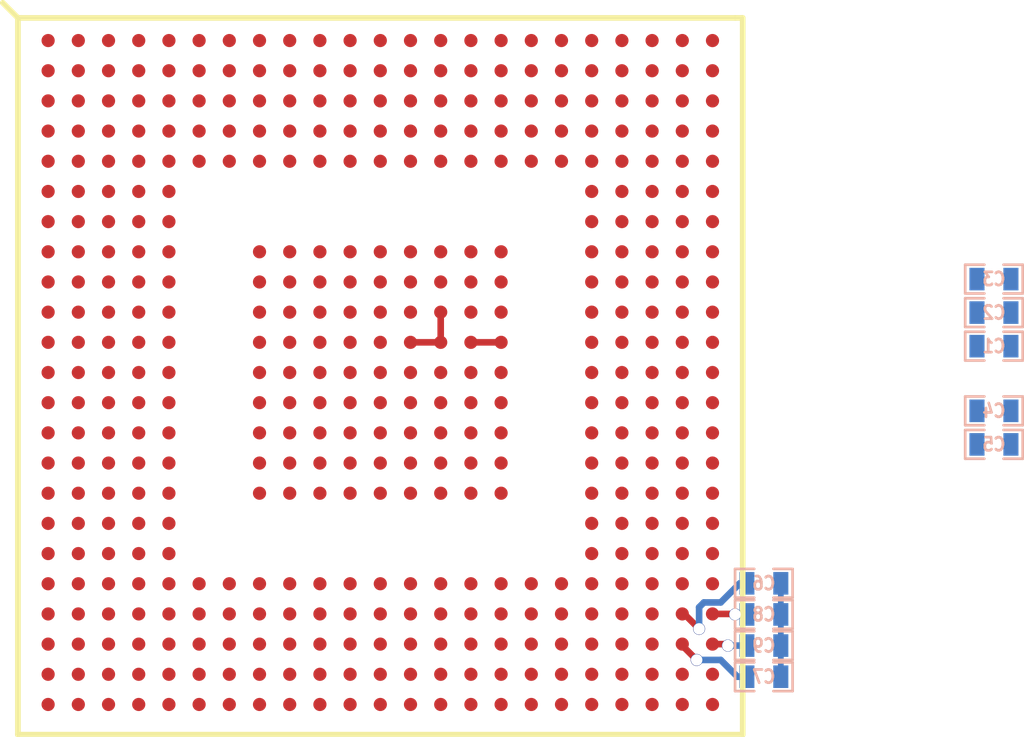
<source format=kicad_pcb>
(kicad_pcb (version 3) (host pcbnew "(22-Jun-2014 BZR 4027)-stable")

  (general
    (links 21)
    (no_connects 13)
    (area 42.7355 28.539439 67.079001 49.299001)
    (thickness 1.6)
    (drawings 0)
    (tracks 26)
    (zones 0)
    (modules 10)
    (nets 8)
  )

  (page A3)
  (layers
    (15 Front signal)
    (2 Signal signal)
    (1 Mixed mixed)
    (0 Back signal)
    (16 B.Adhes user)
    (17 F.Adhes user)
    (18 B.Paste user)
    (19 F.Paste user)
    (20 B.SilkS user)
    (21 F.SilkS user)
    (22 B.Mask user)
    (23 F.Mask user)
    (28 Edge.Cuts user)
  )

  (setup
    (last_trace_width 0.175)
    (trace_clearance 0.175)
    (zone_clearance 0.508)
    (zone_45_only no)
    (trace_min 0.1143)
    (segment_width 0.2)
    (edge_width 0.1)
    (via_size 0.32)
    (via_drill 0.3)
    (via_min_size 0.254)
    (via_min_drill 0.254)
    (uvia_size 0.255)
    (uvia_drill 0.127)
    (uvias_allowed no)
    (uvia_min_size 0.254)
    (uvia_min_drill 0.127)
    (pcb_text_width 0.3)
    (pcb_text_size 1.5 1.5)
    (mod_edge_width 0.15)
    (mod_text_size 1 1)
    (mod_text_width 0.15)
    (pad_size 1.5 1.5)
    (pad_drill 0.6)
    (pad_to_mask_clearance 0)
    (aux_axis_origin 57.15 27.94)
    (visible_elements FFFFFFBF)
    (pcbplotparams
      (layerselection 3178497)
      (usegerberextensions true)
      (excludeedgelayer true)
      (linewidth 0.150000)
      (plotframeref false)
      (viasonmask false)
      (mode 1)
      (useauxorigin false)
      (hpglpennumber 1)
      (hpglpenspeed 20)
      (hpglpendiameter 15)
      (hpglpenoverlay 2)
      (psnegative false)
      (psa4output false)
      (plotreference true)
      (plotvalue true)
      (plotothertext true)
      (plotinvisibletext false)
      (padsonsilk false)
      (subtractmaskfromsilk false)
      (outputformat 1)
      (mirror false)
      (drillshape 1)
      (scaleselection 1)
      (outputdirectory ""))
  )

  (net 0 "")
  (net 1 +1.2V)
  (net 2 +3.3V)
  (net 3 GND)
  (net 4 N-000001)
  (net 5 N-0000010)
  (net 6 N-000002)
  (net 7 N-000009)

  (net_class Default "This is the default net class."
    (clearance 0.175)
    (trace_width 0.175)
    (via_dia 0.32)
    (via_drill 0.3)
    (uvia_dia 0.255)
    (uvia_drill 0.127)
    (add_net "")
    (add_net +1.2V)
    (add_net +3.3V)
    (add_net GND)
    (add_net N-000001)
    (add_net N-0000010)
    (add_net N-000002)
    (add_net N-000009)
  )

  (net_class gnd ""
    (clearance 0.15)
    (trace_width 0.15)
    (via_dia 0.255)
    (via_drill 0.254)
    (uvia_dia 0.255)
    (uvia_drill 0.254)
  )

  (net_class "inner layer" ""
    (clearance 0.175)
    (trace_width 0.175)
    (via_dia 0.32)
    (via_drill 0.3)
    (uvia_dia 0.255)
    (uvia_drill 0.127)
  )

  (module SM0402_c (layer Back) (tedit 516FD0AE) (tstamp 54FD8CAC)
    (at 73.406 38.6715)
    (path /54FD7256)
    (attr smd)
    (fp_text reference C1 (at 0 0) (layer B.SilkS)
      (effects (font (size 0.35052 0.3048) (thickness 0.07112)) (justify mirror))
    )
    (fp_text value 22uF/6.3V (at 0.09906 0) (layer B.SilkS) hide
      (effects (font (size 0.35052 0.3048) (thickness 0.07112)) (justify mirror))
    )
    (fp_line (start -0.254 0.381) (end -0.762 0.381) (layer B.SilkS) (width 0.07112))
    (fp_line (start -0.762 0.381) (end -0.762 -0.381) (layer B.SilkS) (width 0.07112))
    (fp_line (start -0.762 -0.381) (end -0.254 -0.381) (layer B.SilkS) (width 0.07112))
    (fp_line (start 0.254 0.381) (end 0.762 0.381) (layer B.SilkS) (width 0.07112))
    (fp_line (start 0.762 0.381) (end 0.762 -0.381) (layer B.SilkS) (width 0.07112))
    (fp_line (start 0.762 -0.381) (end 0.254 -0.381) (layer B.SilkS) (width 0.07112))
    (pad 1 smd rect (at -0.44958 0) (size 0.39878 0.59944)
      (layers Back B.Paste B.Mask)
      (net 2 +3.3V)
    )
    (pad 2 smd rect (at 0.44958 0) (size 0.39878 0.59944)
      (layers Back B.Paste B.Mask)
      (net 3 GND)
    )
    (model smd/capacitors/C0402.wrl
      (at (xyz 0 0 0))
      (scale (xyz 0.27 0.27 0.27))
      (rotate (xyz 0 0 0))
    )
  )

  (module SM0402_c (layer Back) (tedit 516FD0AE) (tstamp 54FDDAE2)
    (at 73.406 36.8935)
    (path /54FD7265)
    (attr smd)
    (fp_text reference C3 (at 0 0) (layer B.SilkS)
      (effects (font (size 0.35052 0.3048) (thickness 0.07112)) (justify mirror))
    )
    (fp_text value 220nF (at 0.09906 0) (layer B.SilkS) hide
      (effects (font (size 0.35052 0.3048) (thickness 0.07112)) (justify mirror))
    )
    (fp_line (start -0.254 0.381) (end -0.762 0.381) (layer B.SilkS) (width 0.07112))
    (fp_line (start -0.762 0.381) (end -0.762 -0.381) (layer B.SilkS) (width 0.07112))
    (fp_line (start -0.762 -0.381) (end -0.254 -0.381) (layer B.SilkS) (width 0.07112))
    (fp_line (start 0.254 0.381) (end 0.762 0.381) (layer B.SilkS) (width 0.07112))
    (fp_line (start 0.762 0.381) (end 0.762 -0.381) (layer B.SilkS) (width 0.07112))
    (fp_line (start 0.762 -0.381) (end 0.254 -0.381) (layer B.SilkS) (width 0.07112))
    (pad 1 smd rect (at -0.44958 0) (size 0.39878 0.59944)
      (layers Back B.Paste B.Mask)
      (net 2 +3.3V)
    )
    (pad 2 smd rect (at 0.44958 0) (size 0.39878 0.59944)
      (layers Back B.Paste B.Mask)
      (net 3 GND)
    )
    (model smd/capacitors/C0402.wrl
      (at (xyz 0 0 0))
      (scale (xyz 0.27 0.27 0.27))
      (rotate (xyz 0 0 0))
    )
  )

  (module SM0402_c (layer Back) (tedit 54FD9711) (tstamp 54FDDAEE)
    (at 73.406 37.7825)
    (path /54FD728A)
    (attr smd)
    (fp_text reference C2 (at 0 0) (layer B.SilkS)
      (effects (font (size 0.35052 0.3048) (thickness 0.07112)) (justify mirror))
    )
    (fp_text value C (at 0.09906 0) (layer B.SilkS) hide
      (effects (font (size 0.35052 0.3048) (thickness 0.07112)) (justify mirror))
    )
    (fp_line (start -0.254 0.381) (end -0.762 0.381) (layer B.SilkS) (width 0.07112))
    (fp_line (start -0.762 0.381) (end -0.762 -0.381) (layer B.SilkS) (width 0.07112))
    (fp_line (start -0.762 -0.381) (end -0.254 -0.381) (layer B.SilkS) (width 0.07112))
    (fp_line (start 0.254 0.381) (end 0.762 0.381) (layer B.SilkS) (width 0.07112))
    (fp_line (start 0.762 0.381) (end 0.762 -0.381) (layer B.SilkS) (width 0.07112))
    (fp_line (start 0.762 -0.381) (end 0.254 -0.381) (layer B.SilkS) (width 0.07112))
    (pad 1 smd rect (at -0.44958 0) (size 0.39878 0.59944)
      (layers Back B.Paste B.Mask)
      (net 2 +3.3V)
    )
    (pad 2 smd rect (at 0.44958 0) (size 0.39878 0.59944)
      (layers Back B.Paste B.Mask)
      (net 3 GND)
    )
    (model smd/capacitors/C0402.wrl
      (at (xyz 0 0 0))
      (scale (xyz 0.27 0.27 0.27))
      (rotate (xyz 0 0 0))
    )
  )

  (module SM0402_c (layer Back) (tedit 516FD0AE) (tstamp 54FD8C31)
    (at 73.406 41.275)
    (path /54FD733E)
    (attr smd)
    (fp_text reference C5 (at 0 0) (layer B.SilkS)
      (effects (font (size 0.35052 0.3048) (thickness 0.07112)) (justify mirror))
    )
    (fp_text value 220nF (at 0.09906 0) (layer B.SilkS) hide
      (effects (font (size 0.35052 0.3048) (thickness 0.07112)) (justify mirror))
    )
    (fp_line (start -0.254 0.381) (end -0.762 0.381) (layer B.SilkS) (width 0.07112))
    (fp_line (start -0.762 0.381) (end -0.762 -0.381) (layer B.SilkS) (width 0.07112))
    (fp_line (start -0.762 -0.381) (end -0.254 -0.381) (layer B.SilkS) (width 0.07112))
    (fp_line (start 0.254 0.381) (end 0.762 0.381) (layer B.SilkS) (width 0.07112))
    (fp_line (start 0.762 0.381) (end 0.762 -0.381) (layer B.SilkS) (width 0.07112))
    (fp_line (start 0.762 -0.381) (end 0.254 -0.381) (layer B.SilkS) (width 0.07112))
    (pad 1 smd rect (at -0.44958 0) (size 0.39878 0.59944)
      (layers Back B.Paste B.Mask)
      (net 1 +1.2V)
    )
    (pad 2 smd rect (at 0.44958 0) (size 0.39878 0.59944)
      (layers Back B.Paste B.Mask)
      (net 3 GND)
    )
    (model smd/capacitors/C0402.wrl
      (at (xyz 0 0 0))
      (scale (xyz 0.27 0.27 0.27))
      (rotate (xyz 0 0 0))
    )
  )

  (module SM0402_c (layer Back) (tedit 516FD0AE) (tstamp 54FD96E5)
    (at 73.406 40.386)
    (path /54FD7344)
    (attr smd)
    (fp_text reference C4 (at 0 0) (layer B.SilkS)
      (effects (font (size 0.35052 0.3048) (thickness 0.07112)) (justify mirror))
    )
    (fp_text value 22uF/6.3V (at 0.09906 0) (layer B.SilkS) hide
      (effects (font (size 0.35052 0.3048) (thickness 0.07112)) (justify mirror))
    )
    (fp_line (start -0.254 0.381) (end -0.762 0.381) (layer B.SilkS) (width 0.07112))
    (fp_line (start -0.762 0.381) (end -0.762 -0.381) (layer B.SilkS) (width 0.07112))
    (fp_line (start -0.762 -0.381) (end -0.254 -0.381) (layer B.SilkS) (width 0.07112))
    (fp_line (start 0.254 0.381) (end 0.762 0.381) (layer B.SilkS) (width 0.07112))
    (fp_line (start 0.762 0.381) (end 0.762 -0.381) (layer B.SilkS) (width 0.07112))
    (fp_line (start 0.762 -0.381) (end 0.254 -0.381) (layer B.SilkS) (width 0.07112))
    (pad 1 smd rect (at -0.44958 0) (size 0.39878 0.59944)
      (layers Back B.Paste B.Mask)
      (net 1 +1.2V)
    )
    (pad 2 smd rect (at 0.44958 0) (size 0.39878 0.59944)
      (layers Back B.Paste B.Mask)
      (net 3 GND)
    )
    (model smd/capacitors/C0402.wrl
      (at (xyz 0 0 0))
      (scale (xyz 0.27 0.27 0.27))
      (rotate (xyz 0 0 0))
    )
  )

  (module SM0402_c (layer Back) (tedit 516FD0AE) (tstamp 54FDDB12)
    (at 67.31 44.958)
    (path /54FD73E1)
    (attr smd)
    (fp_text reference C6 (at 0 0) (layer B.SilkS)
      (effects (font (size 0.35052 0.3048) (thickness 0.07112)) (justify mirror))
    )
    (fp_text value 1nF (at 0.09906 0) (layer B.SilkS) hide
      (effects (font (size 0.35052 0.3048) (thickness 0.07112)) (justify mirror))
    )
    (fp_line (start -0.254 0.381) (end -0.762 0.381) (layer B.SilkS) (width 0.07112))
    (fp_line (start -0.762 0.381) (end -0.762 -0.381) (layer B.SilkS) (width 0.07112))
    (fp_line (start -0.762 -0.381) (end -0.254 -0.381) (layer B.SilkS) (width 0.07112))
    (fp_line (start 0.254 0.381) (end 0.762 0.381) (layer B.SilkS) (width 0.07112))
    (fp_line (start 0.762 0.381) (end 0.762 -0.381) (layer B.SilkS) (width 0.07112))
    (fp_line (start 0.762 -0.381) (end 0.254 -0.381) (layer B.SilkS) (width 0.07112))
    (pad 1 smd rect (at -0.44958 0) (size 0.39878 0.59944)
      (layers Back B.Paste B.Mask)
      (net 4 N-000001)
    )
    (pad 2 smd rect (at 0.44958 0) (size 0.39878 0.59944)
      (layers Back B.Paste B.Mask)
      (net 3 GND)
    )
    (model smd/capacitors/C0402.wrl
      (at (xyz 0 0 0))
      (scale (xyz 0.27 0.27 0.27))
      (rotate (xyz 0 0 0))
    )
  )

  (module SM0402_c (layer Back) (tedit 516FD0AE) (tstamp 54FDDB1E)
    (at 67.31 47.4345)
    (path /54FD7410)
    (attr smd)
    (fp_text reference C7 (at 0 0) (layer B.SilkS)
      (effects (font (size 0.35052 0.3048) (thickness 0.07112)) (justify mirror))
    )
    (fp_text value 1nF (at 0.09906 0) (layer B.SilkS) hide
      (effects (font (size 0.35052 0.3048) (thickness 0.07112)) (justify mirror))
    )
    (fp_line (start -0.254 0.381) (end -0.762 0.381) (layer B.SilkS) (width 0.07112))
    (fp_line (start -0.762 0.381) (end -0.762 -0.381) (layer B.SilkS) (width 0.07112))
    (fp_line (start -0.762 -0.381) (end -0.254 -0.381) (layer B.SilkS) (width 0.07112))
    (fp_line (start 0.254 0.381) (end 0.762 0.381) (layer B.SilkS) (width 0.07112))
    (fp_line (start 0.762 0.381) (end 0.762 -0.381) (layer B.SilkS) (width 0.07112))
    (fp_line (start 0.762 -0.381) (end 0.254 -0.381) (layer B.SilkS) (width 0.07112))
    (pad 1 smd rect (at -0.44958 0) (size 0.39878 0.59944)
      (layers Back B.Paste B.Mask)
      (net 7 N-000009)
    )
    (pad 2 smd rect (at 0.44958 0) (size 0.39878 0.59944)
      (layers Back B.Paste B.Mask)
      (net 3 GND)
    )
    (model smd/capacitors/C0402.wrl
      (at (xyz 0 0 0))
      (scale (xyz 0.27 0.27 0.27))
      (rotate (xyz 0 0 0))
    )
  )

  (module SM0402_c (layer Back) (tedit 516FD0AE) (tstamp 54FDDB2A)
    (at 67.31 45.7835)
    (path /54FD7416)
    (attr smd)
    (fp_text reference C8 (at 0 0) (layer B.SilkS)
      (effects (font (size 0.35052 0.3048) (thickness 0.07112)) (justify mirror))
    )
    (fp_text value 1nF (at 0.09906 0) (layer B.SilkS) hide
      (effects (font (size 0.35052 0.3048) (thickness 0.07112)) (justify mirror))
    )
    (fp_line (start -0.254 0.381) (end -0.762 0.381) (layer B.SilkS) (width 0.07112))
    (fp_line (start -0.762 0.381) (end -0.762 -0.381) (layer B.SilkS) (width 0.07112))
    (fp_line (start -0.762 -0.381) (end -0.254 -0.381) (layer B.SilkS) (width 0.07112))
    (fp_line (start 0.254 0.381) (end 0.762 0.381) (layer B.SilkS) (width 0.07112))
    (fp_line (start 0.762 0.381) (end 0.762 -0.381) (layer B.SilkS) (width 0.07112))
    (fp_line (start 0.762 -0.381) (end 0.254 -0.381) (layer B.SilkS) (width 0.07112))
    (pad 1 smd rect (at -0.44958 0) (size 0.39878 0.59944)
      (layers Back B.Paste B.Mask)
      (net 6 N-000002)
    )
    (pad 2 smd rect (at 0.44958 0) (size 0.39878 0.59944)
      (layers Back B.Paste B.Mask)
      (net 3 GND)
    )
    (model smd/capacitors/C0402.wrl
      (at (xyz 0 0 0))
      (scale (xyz 0.27 0.27 0.27))
      (rotate (xyz 0 0 0))
    )
  )

  (module SM0402_c (layer Back) (tedit 516FD0AE) (tstamp 54FDDB36)
    (at 67.31 46.609)
    (path /54FD741C)
    (attr smd)
    (fp_text reference C9 (at 0 0) (layer B.SilkS)
      (effects (font (size 0.35052 0.3048) (thickness 0.07112)) (justify mirror))
    )
    (fp_text value 1nF (at 0.09906 0) (layer B.SilkS) hide
      (effects (font (size 0.35052 0.3048) (thickness 0.07112)) (justify mirror))
    )
    (fp_line (start -0.254 0.381) (end -0.762 0.381) (layer B.SilkS) (width 0.07112))
    (fp_line (start -0.762 0.381) (end -0.762 -0.381) (layer B.SilkS) (width 0.07112))
    (fp_line (start -0.762 -0.381) (end -0.254 -0.381) (layer B.SilkS) (width 0.07112))
    (fp_line (start 0.254 0.381) (end 0.762 0.381) (layer B.SilkS) (width 0.07112))
    (fp_line (start 0.762 0.381) (end 0.762 -0.381) (layer B.SilkS) (width 0.07112))
    (fp_line (start 0.762 -0.381) (end 0.254 -0.381) (layer B.SilkS) (width 0.07112))
    (pad 1 smd rect (at -0.44958 0) (size 0.39878 0.59944)
      (layers Back B.Paste B.Mask)
      (net 5 N-0000010)
    )
    (pad 2 smd rect (at 0.44958 0) (size 0.39878 0.59944)
      (layers Back B.Paste B.Mask)
      (net 3 GND)
    )
    (model smd/capacitors/C0402.wrl
      (at (xyz 0 0 0))
      (scale (xyz 0.27 0.27 0.27))
      (rotate (xyz 0 0 0))
    )
  )

  (module TFBGA441-new (layer Front) (tedit 510A4318) (tstamp 54FDDCFA)
    (at 57.15 39.37)
    (descr "441 pin Thin Fine Pitch BGA")
    (path /54FD70E1)
    (fp_text reference U1 (at 0 0) (layer F.SilkS)
      (effects (font (size 0.0004 0.0004) (thickness 0.00012)))
    )
    (fp_text value ALLWINNERA10/TFBGA441 (at 0 0) (layer F.SilkS)
      (effects (font (size 0.0004 0.0004) (thickness 0.00012)))
    )
    (fp_line (start 9.6 9.6) (end 9.6 -9.4) (layer F.SilkS) (width 0.15))
    (fp_line (start 9.6 -9.4) (end 9.4 -9.4) (layer F.SilkS) (width 0.15))
    (fp_line (start -9.6 -9.4) (end -10 -9.8) (layer F.SilkS) (width 0.15))
    (fp_line (start -9.6 -9.4) (end 9.4 -9.4) (layer F.SilkS) (width 0.15))
    (fp_line (start 9.6 9.6) (end -9.6 9.6) (layer F.SilkS) (width 0.15))
    (fp_line (start -9.6 9.6) (end -9.6 -9.4) (layer F.SilkS) (width 0.15))
    (pad A1 smd circle (at -8.8 -8.8) (size 0.35 0.35)
      (layers Front F.Paste F.Mask)
    )
    (pad A2 smd circle (at -8 -8.8) (size 0.35 0.35)
      (layers Front F.Paste F.Mask)
    )
    (pad A3 smd circle (at -7.2 -8.8) (size 0.35 0.35)
      (layers Front F.Paste F.Mask)
    )
    (pad A4 smd circle (at -6.4 -8.8) (size 0.35 0.35)
      (layers Front F.Paste F.Mask)
    )
    (pad A5 smd circle (at -5.6 -8.8) (size 0.35 0.35)
      (layers Front F.Paste F.Mask)
    )
    (pad A6 smd circle (at -4.8 -8.8) (size 0.35 0.35)
      (layers Front F.Paste F.Mask)
    )
    (pad A7 smd circle (at -4 -8.8) (size 0.35 0.35)
      (layers Front F.Paste F.Mask)
    )
    (pad A8 smd circle (at -3.2 -8.8) (size 0.35 0.35)
      (layers Front F.Paste F.Mask)
    )
    (pad A9 smd circle (at -2.4 -8.8) (size 0.35 0.35)
      (layers Front F.Paste F.Mask)
    )
    (pad A10 smd circle (at -1.6 -8.8) (size 0.35 0.35)
      (layers Front F.Paste F.Mask)
    )
    (pad A11 smd circle (at -0.8 -8.8) (size 0.35 0.35)
      (layers Front F.Paste F.Mask)
    )
    (pad A12 smd circle (at 0 -8.8) (size 0.35 0.35)
      (layers Front F.Paste F.Mask)
    )
    (pad A13 smd circle (at 0.8 -8.8) (size 0.35 0.35)
      (layers Front F.Paste F.Mask)
    )
    (pad A14 smd circle (at 1.6 -8.8) (size 0.35 0.35)
      (layers Front F.Paste F.Mask)
    )
    (pad A15 smd circle (at 2.4 -8.8) (size 0.35 0.35)
      (layers Front F.Paste F.Mask)
    )
    (pad A16 smd circle (at 3.2 -8.8) (size 0.35 0.35)
      (layers Front F.Paste F.Mask)
    )
    (pad A17 smd circle (at 4 -8.8) (size 0.35 0.35)
      (layers Front F.Paste F.Mask)
    )
    (pad A18 smd circle (at 4.8 -8.8) (size 0.35 0.35)
      (layers Front F.Paste F.Mask)
    )
    (pad A19 smd circle (at 5.6 -8.8) (size 0.35 0.35)
      (layers Front F.Paste F.Mask)
    )
    (pad A20 smd circle (at 6.4 -8.8) (size 0.35 0.35)
      (layers Front F.Paste F.Mask)
    )
    (pad A21 smd circle (at 7.2 -8.8) (size 0.35 0.35)
      (layers Front F.Paste F.Mask)
    )
    (pad A22 smd circle (at 8 -8.8) (size 0.35 0.35)
      (layers Front F.Paste F.Mask)
    )
    (pad A23 smd circle (at 8.8 -8.8) (size 0.35 0.35)
      (layers Front F.Paste F.Mask)
    )
    (pad B1 smd circle (at -8.8 -8) (size 0.35 0.35)
      (layers Front F.Paste F.Mask)
    )
    (pad B2 smd circle (at -8 -8) (size 0.35 0.35)
      (layers Front F.Paste F.Mask)
    )
    (pad B3 smd circle (at -7.2 -8) (size 0.35 0.35)
      (layers Front F.Paste F.Mask)
    )
    (pad B4 smd circle (at -6.4 -8) (size 0.35 0.35)
      (layers Front F.Paste F.Mask)
    )
    (pad B5 smd circle (at -5.6 -8) (size 0.35 0.35)
      (layers Front F.Paste F.Mask)
    )
    (pad B6 smd circle (at -4.8 -8) (size 0.35 0.35)
      (layers Front F.Paste F.Mask)
    )
    (pad B7 smd circle (at -4 -8) (size 0.35 0.35)
      (layers Front F.Paste F.Mask)
    )
    (pad B8 smd circle (at -3.2 -8) (size 0.35 0.35)
      (layers Front F.Paste F.Mask)
    )
    (pad B9 smd circle (at -2.4 -8) (size 0.35 0.35)
      (layers Front F.Paste F.Mask)
    )
    (pad B10 smd circle (at -1.6 -8) (size 0.35 0.35)
      (layers Front F.Paste F.Mask)
    )
    (pad B11 smd circle (at -0.8 -8) (size 0.35 0.35)
      (layers Front F.Paste F.Mask)
    )
    (pad B12 smd circle (at 0 -8) (size 0.35 0.35)
      (layers Front F.Paste F.Mask)
    )
    (pad B13 smd circle (at 0.8 -8) (size 0.35 0.35)
      (layers Front F.Paste F.Mask)
    )
    (pad B14 smd circle (at 1.6 -8) (size 0.35 0.35)
      (layers Front F.Paste F.Mask)
    )
    (pad B15 smd circle (at 2.4 -8) (size 0.35 0.35)
      (layers Front F.Paste F.Mask)
    )
    (pad B16 smd circle (at 3.2 -8) (size 0.35 0.35)
      (layers Front F.Paste F.Mask)
    )
    (pad B17 smd circle (at 4 -8) (size 0.35 0.35)
      (layers Front F.Paste F.Mask)
    )
    (pad B18 smd circle (at 4.8 -8) (size 0.35 0.35)
      (layers Front F.Paste F.Mask)
    )
    (pad B19 smd circle (at 5.6 -8) (size 0.35 0.35)
      (layers Front F.Paste F.Mask)
    )
    (pad B20 smd circle (at 6.4 -8) (size 0.35 0.35)
      (layers Front F.Paste F.Mask)
    )
    (pad B21 smd circle (at 7.2 -8) (size 0.35 0.35)
      (layers Front F.Paste F.Mask)
    )
    (pad B22 smd circle (at 8 -8) (size 0.35 0.35)
      (layers Front F.Paste F.Mask)
    )
    (pad B23 smd circle (at 8.8 -8) (size 0.35 0.35)
      (layers Front F.Paste F.Mask)
    )
    (pad C1 smd circle (at -8.8 -7.2) (size 0.35 0.35)
      (layers Front F.Paste F.Mask)
    )
    (pad C2 smd circle (at -8 -7.2) (size 0.35 0.35)
      (layers Front F.Paste F.Mask)
    )
    (pad C3 smd circle (at -7.2 -7.2) (size 0.35 0.35)
      (layers Front F.Paste F.Mask)
    )
    (pad C4 smd circle (at -6.4 -7.2) (size 0.35 0.35)
      (layers Front F.Paste F.Mask)
    )
    (pad C5 smd circle (at -5.6 -7.2) (size 0.35 0.35)
      (layers Front F.Paste F.Mask)
    )
    (pad C6 smd circle (at -4.8 -7.2) (size 0.35 0.35)
      (layers Front F.Paste F.Mask)
    )
    (pad C7 smd circle (at -4 -7.2) (size 0.35 0.35)
      (layers Front F.Paste F.Mask)
    )
    (pad C8 smd circle (at -3.2 -7.2) (size 0.35 0.35)
      (layers Front F.Paste F.Mask)
    )
    (pad C9 smd circle (at -2.4 -7.2) (size 0.35 0.35)
      (layers Front F.Paste F.Mask)
    )
    (pad C10 smd circle (at -1.6 -7.2) (size 0.35 0.35)
      (layers Front F.Paste F.Mask)
    )
    (pad C11 smd circle (at -0.8 -7.2) (size 0.35 0.35)
      (layers Front F.Paste F.Mask)
    )
    (pad C12 smd circle (at 0 -7.2) (size 0.35 0.35)
      (layers Front F.Paste F.Mask)
    )
    (pad C13 smd circle (at 0.8 -7.2) (size 0.35 0.35)
      (layers Front F.Paste F.Mask)
    )
    (pad C14 smd circle (at 1.6 -7.2) (size 0.35 0.35)
      (layers Front F.Paste F.Mask)
    )
    (pad C15 smd circle (at 2.4 -7.2) (size 0.35 0.35)
      (layers Front F.Paste F.Mask)
    )
    (pad C16 smd circle (at 3.2 -7.2) (size 0.35 0.35)
      (layers Front F.Paste F.Mask)
    )
    (pad C17 smd circle (at 4 -7.2) (size 0.35 0.35)
      (layers Front F.Paste F.Mask)
    )
    (pad C18 smd circle (at 4.8 -7.2) (size 0.35 0.35)
      (layers Front F.Paste F.Mask)
    )
    (pad C19 smd circle (at 5.6 -7.2) (size 0.35 0.35)
      (layers Front F.Paste F.Mask)
    )
    (pad C20 smd circle (at 6.4 -7.2) (size 0.35 0.35)
      (layers Front F.Paste F.Mask)
    )
    (pad C21 smd circle (at 7.2 -7.2) (size 0.35 0.35)
      (layers Front F.Paste F.Mask)
    )
    (pad C22 smd circle (at 8 -7.2) (size 0.35 0.35)
      (layers Front F.Paste F.Mask)
    )
    (pad C23 smd circle (at 8.8 -7.2) (size 0.35 0.35)
      (layers Front F.Paste F.Mask)
    )
    (pad D1 smd circle (at -8.8 -6.4) (size 0.35 0.35)
      (layers Front F.Paste F.Mask)
    )
    (pad D2 smd circle (at -8 -6.4) (size 0.35 0.35)
      (layers Front F.Paste F.Mask)
    )
    (pad D3 smd circle (at -7.2 -6.4) (size 0.35 0.35)
      (layers Front F.Paste F.Mask)
    )
    (pad D4 smd circle (at -6.4 -6.4) (size 0.35 0.35)
      (layers Front F.Paste F.Mask)
    )
    (pad D5 smd circle (at -5.6 -6.4) (size 0.35 0.35)
      (layers Front F.Paste F.Mask)
    )
    (pad D6 smd circle (at -4.8 -6.4) (size 0.35 0.35)
      (layers Front F.Paste F.Mask)
    )
    (pad D7 smd circle (at -4 -6.4) (size 0.35 0.35)
      (layers Front F.Paste F.Mask)
    )
    (pad D8 smd circle (at -3.2 -6.4) (size 0.35 0.35)
      (layers Front F.Paste F.Mask)
    )
    (pad D9 smd circle (at -2.4 -6.4) (size 0.35 0.35)
      (layers Front F.Paste F.Mask)
    )
    (pad D10 smd circle (at -1.6 -6.4) (size 0.35 0.35)
      (layers Front F.Paste F.Mask)
    )
    (pad D11 smd circle (at -0.8 -6.4) (size 0.35 0.35)
      (layers Front F.Paste F.Mask)
    )
    (pad D12 smd circle (at 0 -6.4) (size 0.35 0.35)
      (layers Front F.Paste F.Mask)
    )
    (pad D13 smd circle (at 0.8 -6.4) (size 0.35 0.35)
      (layers Front F.Paste F.Mask)
    )
    (pad D14 smd circle (at 1.6 -6.4) (size 0.35 0.35)
      (layers Front F.Paste F.Mask)
    )
    (pad D15 smd circle (at 2.4 -6.4) (size 0.35 0.35)
      (layers Front F.Paste F.Mask)
    )
    (pad D16 smd circle (at 3.2 -6.4) (size 0.35 0.35)
      (layers Front F.Paste F.Mask)
    )
    (pad D17 smd circle (at 4 -6.4) (size 0.35 0.35)
      (layers Front F.Paste F.Mask)
    )
    (pad D18 smd circle (at 4.8 -6.4) (size 0.35 0.35)
      (layers Front F.Paste F.Mask)
    )
    (pad D19 smd circle (at 5.6 -6.4) (size 0.35 0.35)
      (layers Front F.Paste F.Mask)
    )
    (pad D20 smd circle (at 6.4 -6.4) (size 0.35 0.35)
      (layers Front F.Paste F.Mask)
    )
    (pad D21 smd circle (at 7.2 -6.4) (size 0.35 0.35)
      (layers Front F.Paste F.Mask)
    )
    (pad D22 smd circle (at 8 -6.4) (size 0.35 0.35)
      (layers Front F.Paste F.Mask)
    )
    (pad D23 smd circle (at 8.8 -6.4) (size 0.35 0.35)
      (layers Front F.Paste F.Mask)
    )
    (pad E1 smd circle (at -8.8 -5.6) (size 0.35 0.35)
      (layers Front F.Paste F.Mask)
    )
    (pad E2 smd circle (at -8 -5.6) (size 0.35 0.35)
      (layers Front F.Paste F.Mask)
    )
    (pad E3 smd circle (at -7.2 -5.6) (size 0.35 0.35)
      (layers Front F.Paste F.Mask)
    )
    (pad E4 smd circle (at -6.4 -5.6) (size 0.35 0.35)
      (layers Front F.Paste F.Mask)
    )
    (pad E5 smd circle (at -5.6 -5.6) (size 0.35 0.35)
      (layers Front F.Paste F.Mask)
    )
    (pad E6 smd circle (at -4.8 -5.6) (size 0.35 0.35)
      (layers Front F.Paste F.Mask)
    )
    (pad E7 smd circle (at -4 -5.6) (size 0.35 0.35)
      (layers Front F.Paste F.Mask)
    )
    (pad E8 smd circle (at -3.2 -5.6) (size 0.35 0.35)
      (layers Front F.Paste F.Mask)
    )
    (pad E9 smd circle (at -2.4 -5.6) (size 0.35 0.35)
      (layers Front F.Paste F.Mask)
    )
    (pad E10 smd circle (at -1.6 -5.6) (size 0.35 0.35)
      (layers Front F.Paste F.Mask)
    )
    (pad E11 smd circle (at -0.8 -5.6) (size 0.35 0.35)
      (layers Front F.Paste F.Mask)
    )
    (pad E12 smd circle (at 0 -5.6) (size 0.35 0.35)
      (layers Front F.Paste F.Mask)
    )
    (pad E13 smd circle (at 0.8 -5.6) (size 0.35 0.35)
      (layers Front F.Paste F.Mask)
    )
    (pad E14 smd circle (at 1.6 -5.6) (size 0.35 0.35)
      (layers Front F.Paste F.Mask)
    )
    (pad E15 smd circle (at 2.4 -5.6) (size 0.35 0.35)
      (layers Front F.Paste F.Mask)
    )
    (pad E16 smd circle (at 3.2 -5.6) (size 0.35 0.35)
      (layers Front F.Paste F.Mask)
    )
    (pad E17 smd circle (at 4 -5.6) (size 0.35 0.35)
      (layers Front F.Paste F.Mask)
    )
    (pad E18 smd circle (at 4.8 -5.6) (size 0.35 0.35)
      (layers Front F.Paste F.Mask)
    )
    (pad E19 smd circle (at 5.6 -5.6) (size 0.35 0.35)
      (layers Front F.Paste F.Mask)
    )
    (pad E20 smd circle (at 6.4 -5.6) (size 0.35 0.35)
      (layers Front F.Paste F.Mask)
    )
    (pad E21 smd circle (at 7.2 -5.6) (size 0.35 0.35)
      (layers Front F.Paste F.Mask)
    )
    (pad E22 smd circle (at 8 -5.6) (size 0.35 0.35)
      (layers Front F.Paste F.Mask)
    )
    (pad E23 smd circle (at 8.8 -5.6) (size 0.35 0.35)
      (layers Front F.Paste F.Mask)
    )
    (pad F1 smd circle (at -8.8 -4.8) (size 0.35 0.35)
      (layers Front F.Paste F.Mask)
    )
    (pad F2 smd circle (at -8 -4.8) (size 0.35 0.35)
      (layers Front F.Paste F.Mask)
    )
    (pad F3 smd circle (at -7.2 -4.8) (size 0.35 0.35)
      (layers Front F.Paste F.Mask)
    )
    (pad F4 smd circle (at -6.4 -4.8) (size 0.35 0.35)
      (layers Front F.Paste F.Mask)
    )
    (pad F5 smd circle (at -5.6 -4.8) (size 0.35 0.35)
      (layers Front F.Paste F.Mask)
    )
    (pad F19 smd circle (at 5.6 -4.8) (size 0.35 0.35)
      (layers Front F.Paste F.Mask)
    )
    (pad F20 smd circle (at 6.4 -4.8) (size 0.35 0.35)
      (layers Front F.Paste F.Mask)
    )
    (pad F21 smd circle (at 7.2 -4.8) (size 0.35 0.35)
      (layers Front F.Paste F.Mask)
    )
    (pad F22 smd circle (at 8 -4.8) (size 0.35 0.35)
      (layers Front F.Paste F.Mask)
    )
    (pad F23 smd circle (at 8.8 -4.8) (size 0.35 0.35)
      (layers Front F.Paste F.Mask)
    )
    (pad G1 smd circle (at -8.8 -4) (size 0.35 0.35)
      (layers Front F.Paste F.Mask)
    )
    (pad G2 smd circle (at -8 -4) (size 0.35 0.35)
      (layers Front F.Paste F.Mask)
    )
    (pad G3 smd circle (at -7.2 -4) (size 0.35 0.35)
      (layers Front F.Paste F.Mask)
    )
    (pad G4 smd circle (at -6.4 -4) (size 0.35 0.35)
      (layers Front F.Paste F.Mask)
    )
    (pad G5 smd circle (at -5.6 -4) (size 0.35 0.35)
      (layers Front F.Paste F.Mask)
    )
    (pad G19 smd circle (at 5.6 -4) (size 0.35 0.35)
      (layers Front F.Paste F.Mask)
    )
    (pad G20 smd circle (at 6.4 -4) (size 0.35 0.35)
      (layers Front F.Paste F.Mask)
    )
    (pad G21 smd circle (at 7.2 -4) (size 0.35 0.35)
      (layers Front F.Paste F.Mask)
    )
    (pad G22 smd circle (at 8 -4) (size 0.35 0.35)
      (layers Front F.Paste F.Mask)
    )
    (pad G23 smd circle (at 8.8 -4) (size 0.35 0.35)
      (layers Front F.Paste F.Mask)
    )
    (pad H1 smd circle (at -8.8 -3.2) (size 0.35 0.35)
      (layers Front F.Paste F.Mask)
    )
    (pad H2 smd circle (at -8 -3.2) (size 0.35 0.35)
      (layers Front F.Paste F.Mask)
    )
    (pad H3 smd circle (at -7.2 -3.2) (size 0.35 0.35)
      (layers Front F.Paste F.Mask)
    )
    (pad H4 smd circle (at -6.4 -3.2) (size 0.35 0.35)
      (layers Front F.Paste F.Mask)
    )
    (pad H5 smd circle (at -5.6 -3.2) (size 0.35 0.35)
      (layers Front F.Paste F.Mask)
    )
    (pad H8 smd circle (at -3.2 -3.2) (size 0.35 0.35)
      (layers Front F.Paste F.Mask)
    )
    (pad H9 smd circle (at -2.4 -3.2) (size 0.35 0.35)
      (layers Front F.Paste F.Mask)
    )
    (pad H10 smd circle (at -1.6 -3.2) (size 0.35 0.35)
      (layers Front F.Paste F.Mask)
    )
    (pad H11 smd circle (at -0.8 -3.2) (size 0.35 0.35)
      (layers Front F.Paste F.Mask)
    )
    (pad H12 smd circle (at 0 -3.2) (size 0.35 0.35)
      (layers Front F.Paste F.Mask)
    )
    (pad H13 smd circle (at 0.8 -3.2) (size 0.35 0.35)
      (layers Front F.Paste F.Mask)
    )
    (pad H14 smd circle (at 1.6 -3.2) (size 0.35 0.35)
      (layers Front F.Paste F.Mask)
    )
    (pad H15 smd circle (at 2.4 -3.2) (size 0.35 0.35)
      (layers Front F.Paste F.Mask)
    )
    (pad H16 smd circle (at 3.2 -3.2) (size 0.35 0.35)
      (layers Front F.Paste F.Mask)
    )
    (pad H19 smd circle (at 5.6 -3.2) (size 0.35 0.35)
      (layers Front F.Paste F.Mask)
    )
    (pad H20 smd circle (at 6.4 -3.2) (size 0.35 0.35)
      (layers Front F.Paste F.Mask)
    )
    (pad H21 smd circle (at 7.2 -3.2) (size 0.35 0.35)
      (layers Front F.Paste F.Mask)
    )
    (pad H22 smd circle (at 8 -3.2) (size 0.35 0.35)
      (layers Front F.Paste F.Mask)
    )
    (pad H23 smd circle (at 8.8 -3.2) (size 0.35 0.35)
      (layers Front F.Paste F.Mask)
    )
    (pad J1 smd circle (at -8.8 -2.4) (size 0.35 0.35)
      (layers Front F.Paste F.Mask)
    )
    (pad J2 smd circle (at -8 -2.4) (size 0.35 0.35)
      (layers Front F.Paste F.Mask)
    )
    (pad J3 smd circle (at -7.2 -2.4) (size 0.35 0.35)
      (layers Front F.Paste F.Mask)
    )
    (pad J4 smd circle (at -6.4 -2.4) (size 0.35 0.35)
      (layers Front F.Paste F.Mask)
    )
    (pad J5 smd circle (at -5.6 -2.4) (size 0.35 0.35)
      (layers Front F.Paste F.Mask)
    )
    (pad J8 smd circle (at -3.2 -2.4) (size 0.35 0.35)
      (layers Front F.Paste F.Mask)
    )
    (pad J9 smd circle (at -2.4 -2.4) (size 0.35 0.35)
      (layers Front F.Paste F.Mask)
    )
    (pad J10 smd circle (at -1.6 -2.4) (size 0.35 0.35)
      (layers Front F.Paste F.Mask)
    )
    (pad J11 smd circle (at -0.8 -2.4) (size 0.35 0.35)
      (layers Front F.Paste F.Mask)
    )
    (pad J12 smd circle (at 0 -2.4) (size 0.35 0.35)
      (layers Front F.Paste F.Mask)
    )
    (pad J13 smd circle (at 0.8 -2.4) (size 0.35 0.35)
      (layers Front F.Paste F.Mask)
    )
    (pad J14 smd circle (at 1.6 -2.4) (size 0.35 0.35)
      (layers Front F.Paste F.Mask)
    )
    (pad J15 smd circle (at 2.4 -2.4) (size 0.35 0.35)
      (layers Front F.Paste F.Mask)
    )
    (pad J16 smd circle (at 3.2 -2.4) (size 0.35 0.35)
      (layers Front F.Paste F.Mask)
    )
    (pad J19 smd circle (at 5.6 -2.4) (size 0.35 0.35)
      (layers Front F.Paste F.Mask)
    )
    (pad J20 smd circle (at 6.4 -2.4) (size 0.35 0.35)
      (layers Front F.Paste F.Mask)
    )
    (pad J21 smd circle (at 7.2 -2.4) (size 0.35 0.35)
      (layers Front F.Paste F.Mask)
    )
    (pad J22 smd circle (at 8 -2.4) (size 0.35 0.35)
      (layers Front F.Paste F.Mask)
    )
    (pad J23 smd circle (at 8.8 -2.4) (size 0.35 0.35)
      (layers Front F.Paste F.Mask)
    )
    (pad K1 smd circle (at -8.8 -1.6) (size 0.35 0.35)
      (layers Front F.Paste F.Mask)
    )
    (pad K2 smd circle (at -8 -1.6) (size 0.35 0.35)
      (layers Front F.Paste F.Mask)
    )
    (pad K3 smd circle (at -7.2 -1.6) (size 0.35 0.35)
      (layers Front F.Paste F.Mask)
    )
    (pad K4 smd circle (at -6.4 -1.6) (size 0.35 0.35)
      (layers Front F.Paste F.Mask)
    )
    (pad K5 smd circle (at -5.6 -1.6) (size 0.35 0.35)
      (layers Front F.Paste F.Mask)
    )
    (pad K8 smd circle (at -3.2 -1.6) (size 0.35 0.35)
      (layers Front F.Paste F.Mask)
    )
    (pad K9 smd circle (at -2.4 -1.6) (size 0.35 0.35)
      (layers Front F.Paste F.Mask)
    )
    (pad K10 smd circle (at -1.6 -1.6) (size 0.35 0.35)
      (layers Front F.Paste F.Mask)
    )
    (pad K11 smd circle (at -0.8 -1.6) (size 0.35 0.35)
      (layers Front F.Paste F.Mask)
    )
    (pad K12 smd circle (at 0 -1.6) (size 0.35 0.35)
      (layers Front F.Paste F.Mask)
    )
    (pad K13 smd circle (at 0.8 -1.6) (size 0.35 0.35)
      (layers Front F.Paste F.Mask)
    )
    (pad K14 smd circle (at 1.6 -1.6) (size 0.35 0.35)
      (layers Front F.Paste F.Mask)
      (net 3 GND)
    )
    (pad K15 smd circle (at 2.4 -1.6) (size 0.35 0.35)
      (layers Front F.Paste F.Mask)
    )
    (pad K16 smd circle (at 3.2 -1.6) (size 0.35 0.35)
      (layers Front F.Paste F.Mask)
      (net 1 +1.2V)
    )
    (pad K19 smd circle (at 5.6 -1.6) (size 0.35 0.35)
      (layers Front F.Paste F.Mask)
    )
    (pad K20 smd circle (at 6.4 -1.6) (size 0.35 0.35)
      (layers Front F.Paste F.Mask)
    )
    (pad K21 smd circle (at 7.2 -1.6) (size 0.35 0.35)
      (layers Front F.Paste F.Mask)
    )
    (pad K22 smd circle (at 8 -1.6) (size 0.35 0.35)
      (layers Front F.Paste F.Mask)
    )
    (pad K23 smd circle (at 8.8 -1.6) (size 0.35 0.35)
      (layers Front F.Paste F.Mask)
    )
    (pad L1 smd circle (at -8.8 -0.8) (size 0.35 0.35)
      (layers Front F.Paste F.Mask)
    )
    (pad L2 smd circle (at -8 -0.8) (size 0.35 0.35)
      (layers Front F.Paste F.Mask)
    )
    (pad L3 smd circle (at -7.2 -0.8) (size 0.35 0.35)
      (layers Front F.Paste F.Mask)
    )
    (pad L4 smd circle (at -6.4 -0.8) (size 0.35 0.35)
      (layers Front F.Paste F.Mask)
    )
    (pad L5 smd circle (at -5.6 -0.8) (size 0.35 0.35)
      (layers Front F.Paste F.Mask)
    )
    (pad L8 smd circle (at -3.2 -0.8) (size 0.35 0.35)
      (layers Front F.Paste F.Mask)
    )
    (pad L9 smd circle (at -2.4 -0.8) (size 0.35 0.35)
      (layers Front F.Paste F.Mask)
    )
    (pad L10 smd circle (at -1.6 -0.8) (size 0.35 0.35)
      (layers Front F.Paste F.Mask)
    )
    (pad L11 smd circle (at -0.8 -0.8) (size 0.35 0.35)
      (layers Front F.Paste F.Mask)
    )
    (pad L12 smd circle (at 0 -0.8) (size 0.35 0.35)
      (layers Front F.Paste F.Mask)
    )
    (pad L13 smd circle (at 0.8 -0.8) (size 0.35 0.35)
      (layers Front F.Paste F.Mask)
      (net 3 GND)
    )
    (pad L14 smd circle (at 1.6 -0.8) (size 0.35 0.35)
      (layers Front F.Paste F.Mask)
      (net 3 GND)
    )
    (pad L15 smd circle (at 2.4 -0.8) (size 0.35 0.35)
      (layers Front F.Paste F.Mask)
      (net 2 +3.3V)
    )
    (pad L16 smd circle (at 3.2 -0.8) (size 0.35 0.35)
      (layers Front F.Paste F.Mask)
      (net 2 +3.3V)
    )
    (pad L19 smd circle (at 5.6 -0.8) (size 0.35 0.35)
      (layers Front F.Paste F.Mask)
    )
    (pad L20 smd circle (at 6.4 -0.8) (size 0.35 0.35)
      (layers Front F.Paste F.Mask)
    )
    (pad L21 smd circle (at 7.2 -0.8) (size 0.35 0.35)
      (layers Front F.Paste F.Mask)
    )
    (pad L22 smd circle (at 8 -0.8) (size 0.35 0.35)
      (layers Front F.Paste F.Mask)
    )
    (pad L23 smd circle (at 8.8 -0.8) (size 0.35 0.35)
      (layers Front F.Paste F.Mask)
    )
    (pad M1 smd circle (at -8.8 0) (size 0.35 0.35)
      (layers Front F.Paste F.Mask)
    )
    (pad M2 smd circle (at -8 0) (size 0.35 0.35)
      (layers Front F.Paste F.Mask)
    )
    (pad M3 smd circle (at -7.2 0) (size 0.35 0.35)
      (layers Front F.Paste F.Mask)
    )
    (pad M4 smd circle (at -6.4 0) (size 0.35 0.35)
      (layers Front F.Paste F.Mask)
    )
    (pad M5 smd circle (at -5.6 0) (size 0.35 0.35)
      (layers Front F.Paste F.Mask)
    )
    (pad M8 smd circle (at -3.2 0) (size 0.35 0.35)
      (layers Front F.Paste F.Mask)
    )
    (pad M9 smd circle (at -2.4 0) (size 0.35 0.35)
      (layers Front F.Paste F.Mask)
    )
    (pad M10 smd circle (at -1.6 0) (size 0.35 0.35)
      (layers Front F.Paste F.Mask)
    )
    (pad M11 smd circle (at -0.8 0) (size 0.35 0.35)
      (layers Front F.Paste F.Mask)
    )
    (pad M12 smd circle (at 0 0) (size 0.35 0.35)
      (layers Front F.Paste F.Mask)
    )
    (pad M13 smd circle (at 0.8 0) (size 0.35 0.35)
      (layers Front F.Paste F.Mask)
    )
    (pad M14 smd circle (at 1.6 0) (size 0.35 0.35)
      (layers Front F.Paste F.Mask)
    )
    (pad M15 smd circle (at 2.4 0) (size 0.35 0.35)
      (layers Front F.Paste F.Mask)
    )
    (pad M16 smd circle (at 3.2 0) (size 0.35 0.35)
      (layers Front F.Paste F.Mask)
    )
    (pad M19 smd circle (at 5.6 0) (size 0.35 0.35)
      (layers Front F.Paste F.Mask)
    )
    (pad M20 smd circle (at 6.4 0) (size 0.35 0.35)
      (layers Front F.Paste F.Mask)
    )
    (pad M21 smd circle (at 7.2 0) (size 0.35 0.35)
      (layers Front F.Paste F.Mask)
    )
    (pad M22 smd circle (at 8 0) (size 0.35 0.35)
      (layers Front F.Paste F.Mask)
    )
    (pad M23 smd circle (at 8.8 0) (size 0.35 0.35)
      (layers Front F.Paste F.Mask)
    )
    (pad N1 smd circle (at -8.8 0.8) (size 0.35 0.35)
      (layers Front F.Paste F.Mask)
    )
    (pad N2 smd circle (at -8 0.8) (size 0.35 0.35)
      (layers Front F.Paste F.Mask)
    )
    (pad N3 smd circle (at -7.2 0.8) (size 0.35 0.35)
      (layers Front F.Paste F.Mask)
    )
    (pad N4 smd circle (at -6.4 0.8) (size 0.35 0.35)
      (layers Front F.Paste F.Mask)
    )
    (pad N5 smd circle (at -5.6 0.8) (size 0.35 0.35)
      (layers Front F.Paste F.Mask)
    )
    (pad N8 smd circle (at -3.2 0.8) (size 0.35 0.35)
      (layers Front F.Paste F.Mask)
    )
    (pad N9 smd circle (at -2.4 0.8) (size 0.35 0.35)
      (layers Front F.Paste F.Mask)
    )
    (pad N10 smd circle (at -1.6 0.8) (size 0.35 0.35)
      (layers Front F.Paste F.Mask)
    )
    (pad N11 smd circle (at -0.8 0.8) (size 0.35 0.35)
      (layers Front F.Paste F.Mask)
    )
    (pad N12 smd circle (at 0 0.8) (size 0.35 0.35)
      (layers Front F.Paste F.Mask)
    )
    (pad N13 smd circle (at 0.8 0.8) (size 0.35 0.35)
      (layers Front F.Paste F.Mask)
    )
    (pad N14 smd circle (at 1.6 0.8) (size 0.35 0.35)
      (layers Front F.Paste F.Mask)
    )
    (pad N15 smd circle (at 2.4 0.8) (size 0.35 0.35)
      (layers Front F.Paste F.Mask)
    )
    (pad N16 smd circle (at 3.2 0.8) (size 0.35 0.35)
      (layers Front F.Paste F.Mask)
    )
    (pad N19 smd circle (at 5.6 0.8) (size 0.35 0.35)
      (layers Front F.Paste F.Mask)
    )
    (pad N20 smd circle (at 6.4 0.8) (size 0.35 0.35)
      (layers Front F.Paste F.Mask)
    )
    (pad N21 smd circle (at 7.2 0.8) (size 0.35 0.35)
      (layers Front F.Paste F.Mask)
    )
    (pad N22 smd circle (at 8 0.8) (size 0.35 0.35)
      (layers Front F.Paste F.Mask)
    )
    (pad N23 smd circle (at 8.8 0.8) (size 0.35 0.35)
      (layers Front F.Paste F.Mask)
    )
    (pad P1 smd circle (at -8.8 1.6) (size 0.35 0.35)
      (layers Front F.Paste F.Mask)
    )
    (pad P2 smd circle (at -8 1.6) (size 0.35 0.35)
      (layers Front F.Paste F.Mask)
    )
    (pad P3 smd circle (at -7.2 1.6) (size 0.35 0.35)
      (layers Front F.Paste F.Mask)
    )
    (pad P4 smd circle (at -6.4 1.6) (size 0.35 0.35)
      (layers Front F.Paste F.Mask)
    )
    (pad P5 smd circle (at -5.6 1.6) (size 0.35 0.35)
      (layers Front F.Paste F.Mask)
    )
    (pad P8 smd circle (at -3.2 1.6) (size 0.35 0.35)
      (layers Front F.Paste F.Mask)
    )
    (pad P9 smd circle (at -2.4 1.6) (size 0.35 0.35)
      (layers Front F.Paste F.Mask)
    )
    (pad P10 smd circle (at -1.6 1.6) (size 0.35 0.35)
      (layers Front F.Paste F.Mask)
    )
    (pad P11 smd circle (at -0.8 1.6) (size 0.35 0.35)
      (layers Front F.Paste F.Mask)
    )
    (pad P12 smd circle (at 0 1.6) (size 0.35 0.35)
      (layers Front F.Paste F.Mask)
    )
    (pad P13 smd circle (at 0.8 1.6) (size 0.35 0.35)
      (layers Front F.Paste F.Mask)
    )
    (pad P14 smd circle (at 1.6 1.6) (size 0.35 0.35)
      (layers Front F.Paste F.Mask)
    )
    (pad P15 smd circle (at 2.4 1.6) (size 0.35 0.35)
      (layers Front F.Paste F.Mask)
    )
    (pad P16 smd circle (at 3.2 1.6) (size 0.35 0.35)
      (layers Front F.Paste F.Mask)
    )
    (pad P19 smd circle (at 5.6 1.6) (size 0.35 0.35)
      (layers Front F.Paste F.Mask)
    )
    (pad P20 smd circle (at 6.4 1.6) (size 0.35 0.35)
      (layers Front F.Paste F.Mask)
    )
    (pad P21 smd circle (at 7.2 1.6) (size 0.35 0.35)
      (layers Front F.Paste F.Mask)
    )
    (pad P22 smd circle (at 8 1.6) (size 0.35 0.35)
      (layers Front F.Paste F.Mask)
    )
    (pad P23 smd circle (at 8.8 1.6) (size 0.35 0.35)
      (layers Front F.Paste F.Mask)
    )
    (pad R1 smd circle (at -8.8 2.4) (size 0.35 0.35)
      (layers Front F.Paste F.Mask)
    )
    (pad R2 smd circle (at -8 2.4) (size 0.35 0.35)
      (layers Front F.Paste F.Mask)
    )
    (pad R3 smd circle (at -7.2 2.4) (size 0.35 0.35)
      (layers Front F.Paste F.Mask)
    )
    (pad R4 smd circle (at -6.4 2.4) (size 0.35 0.35)
      (layers Front F.Paste F.Mask)
    )
    (pad R5 smd circle (at -5.6 2.4) (size 0.35 0.35)
      (layers Front F.Paste F.Mask)
    )
    (pad R8 smd circle (at -3.2 2.4) (size 0.35 0.35)
      (layers Front F.Paste F.Mask)
    )
    (pad R9 smd circle (at -2.4 2.4) (size 0.35 0.35)
      (layers Front F.Paste F.Mask)
    )
    (pad R10 smd circle (at -1.6 2.4) (size 0.35 0.35)
      (layers Front F.Paste F.Mask)
    )
    (pad R11 smd circle (at -0.8 2.4) (size 0.35 0.35)
      (layers Front F.Paste F.Mask)
    )
    (pad R12 smd circle (at 0 2.4) (size 0.35 0.35)
      (layers Front F.Paste F.Mask)
    )
    (pad R13 smd circle (at 0.8 2.4) (size 0.35 0.35)
      (layers Front F.Paste F.Mask)
    )
    (pad R14 smd circle (at 1.6 2.4) (size 0.35 0.35)
      (layers Front F.Paste F.Mask)
    )
    (pad R15 smd circle (at 2.4 2.4) (size 0.35 0.35)
      (layers Front F.Paste F.Mask)
    )
    (pad R16 smd circle (at 3.2 2.4) (size 0.35 0.35)
      (layers Front F.Paste F.Mask)
    )
    (pad R19 smd circle (at 5.6 2.4) (size 0.35 0.35)
      (layers Front F.Paste F.Mask)
    )
    (pad R20 smd circle (at 6.4 2.4) (size 0.35 0.35)
      (layers Front F.Paste F.Mask)
    )
    (pad R21 smd circle (at 7.2 2.4) (size 0.35 0.35)
      (layers Front F.Paste F.Mask)
    )
    (pad R22 smd circle (at 8 2.4) (size 0.35 0.35)
      (layers Front F.Paste F.Mask)
    )
    (pad R23 smd circle (at 8.8 2.4) (size 0.35 0.35)
      (layers Front F.Paste F.Mask)
    )
    (pad T1 smd circle (at -8.8 3.2) (size 0.35 0.35)
      (layers Front F.Paste F.Mask)
    )
    (pad T2 smd circle (at -8 3.2) (size 0.35 0.35)
      (layers Front F.Paste F.Mask)
    )
    (pad T3 smd circle (at -7.2 3.2) (size 0.35 0.35)
      (layers Front F.Paste F.Mask)
    )
    (pad T4 smd circle (at -6.4 3.2) (size 0.35 0.35)
      (layers Front F.Paste F.Mask)
    )
    (pad T5 smd circle (at -5.6 3.2) (size 0.35 0.35)
      (layers Front F.Paste F.Mask)
    )
    (pad T8 smd circle (at -3.2 3.2) (size 0.35 0.35)
      (layers Front F.Paste F.Mask)
    )
    (pad T9 smd circle (at -2.4 3.2) (size 0.35 0.35)
      (layers Front F.Paste F.Mask)
    )
    (pad T10 smd circle (at -1.6 3.2) (size 0.35 0.35)
      (layers Front F.Paste F.Mask)
    )
    (pad T11 smd circle (at -0.8 3.2) (size 0.35 0.35)
      (layers Front F.Paste F.Mask)
    )
    (pad T12 smd circle (at 0 3.2) (size 0.35 0.35)
      (layers Front F.Paste F.Mask)
    )
    (pad T13 smd circle (at 0.8 3.2) (size 0.35 0.35)
      (layers Front F.Paste F.Mask)
    )
    (pad T14 smd circle (at 1.6 3.2) (size 0.35 0.35)
      (layers Front F.Paste F.Mask)
    )
    (pad T15 smd circle (at 2.4 3.2) (size 0.35 0.35)
      (layers Front F.Paste F.Mask)
    )
    (pad T16 smd circle (at 3.2 3.2) (size 0.35 0.35)
      (layers Front F.Paste F.Mask)
    )
    (pad T19 smd circle (at 5.6 3.2) (size 0.35 0.35)
      (layers Front F.Paste F.Mask)
    )
    (pad T20 smd circle (at 6.4 3.2) (size 0.35 0.35)
      (layers Front F.Paste F.Mask)
    )
    (pad T21 smd circle (at 7.2 3.2) (size 0.35 0.35)
      (layers Front F.Paste F.Mask)
    )
    (pad T22 smd circle (at 8 3.2) (size 0.35 0.35)
      (layers Front F.Paste F.Mask)
    )
    (pad T23 smd circle (at 8.8 3.2) (size 0.35 0.35)
      (layers Front F.Paste F.Mask)
    )
    (pad U1 smd circle (at -8.8 4) (size 0.35 0.35)
      (layers Front F.Paste F.Mask)
    )
    (pad U2 smd circle (at -8 4) (size 0.35 0.35)
      (layers Front F.Paste F.Mask)
    )
    (pad U3 smd circle (at -7.2 4) (size 0.35 0.35)
      (layers Front F.Paste F.Mask)
    )
    (pad U4 smd circle (at -6.4 4) (size 0.35 0.35)
      (layers Front F.Paste F.Mask)
    )
    (pad U5 smd circle (at -5.6 4) (size 0.35 0.35)
      (layers Front F.Paste F.Mask)
    )
    (pad U19 smd circle (at 5.6 4) (size 0.35 0.35)
      (layers Front F.Paste F.Mask)
    )
    (pad U20 smd circle (at 6.4 4) (size 0.35 0.35)
      (layers Front F.Paste F.Mask)
    )
    (pad U21 smd circle (at 7.2 4) (size 0.35 0.35)
      (layers Front F.Paste F.Mask)
    )
    (pad U22 smd circle (at 8 4) (size 0.35 0.35)
      (layers Front F.Paste F.Mask)
    )
    (pad U23 smd circle (at 8.8 4) (size 0.35 0.35)
      (layers Front F.Paste F.Mask)
    )
    (pad V1 smd circle (at -8.8 4.8) (size 0.35 0.35)
      (layers Front F.Paste F.Mask)
    )
    (pad V2 smd circle (at -8 4.8) (size 0.35 0.35)
      (layers Front F.Paste F.Mask)
    )
    (pad V3 smd circle (at -7.2 4.8) (size 0.35 0.35)
      (layers Front F.Paste F.Mask)
    )
    (pad V4 smd circle (at -6.4 4.8) (size 0.35 0.35)
      (layers Front F.Paste F.Mask)
    )
    (pad V5 smd circle (at -5.6 4.8) (size 0.35 0.35)
      (layers Front F.Paste F.Mask)
    )
    (pad V19 smd circle (at 5.6 4.8) (size 0.35 0.35)
      (layers Front F.Paste F.Mask)
    )
    (pad V20 smd circle (at 6.4 4.8) (size 0.35 0.35)
      (layers Front F.Paste F.Mask)
    )
    (pad V21 smd circle (at 7.2 4.8) (size 0.35 0.35)
      (layers Front F.Paste F.Mask)
    )
    (pad V22 smd circle (at 8 4.8) (size 0.35 0.35)
      (layers Front F.Paste F.Mask)
    )
    (pad V23 smd circle (at 8.8 4.8) (size 0.35 0.35)
      (layers Front F.Paste F.Mask)
    )
    (pad W1 smd circle (at -8.8 5.6) (size 0.35 0.35)
      (layers Front F.Paste F.Mask)
    )
    (pad W2 smd circle (at -8 5.6) (size 0.35 0.35)
      (layers Front F.Paste F.Mask)
    )
    (pad W3 smd circle (at -7.2 5.6) (size 0.35 0.35)
      (layers Front F.Paste F.Mask)
    )
    (pad W4 smd circle (at -6.4 5.6) (size 0.35 0.35)
      (layers Front F.Paste F.Mask)
    )
    (pad W5 smd circle (at -5.6 5.6) (size 0.35 0.35)
      (layers Front F.Paste F.Mask)
    )
    (pad W6 smd circle (at -4.8 5.6) (size 0.35 0.35)
      (layers Front F.Paste F.Mask)
    )
    (pad W7 smd circle (at -4 5.6) (size 0.35 0.35)
      (layers Front F.Paste F.Mask)
    )
    (pad W8 smd circle (at -3.2 5.6) (size 0.35 0.35)
      (layers Front F.Paste F.Mask)
    )
    (pad W9 smd circle (at -2.4 5.6) (size 0.35 0.35)
      (layers Front F.Paste F.Mask)
    )
    (pad W10 smd circle (at -1.6 5.6) (size 0.35 0.35)
      (layers Front F.Paste F.Mask)
    )
    (pad W11 smd circle (at -0.8 5.6) (size 0.35 0.35)
      (layers Front F.Paste F.Mask)
    )
    (pad W12 smd circle (at 0 5.6) (size 0.35 0.35)
      (layers Front F.Paste F.Mask)
    )
    (pad W13 smd circle (at 0.8 5.6) (size 0.35 0.35)
      (layers Front F.Paste F.Mask)
    )
    (pad W14 smd circle (at 1.6 5.6) (size 0.35 0.35)
      (layers Front F.Paste F.Mask)
    )
    (pad W15 smd circle (at 2.4 5.6) (size 0.35 0.35)
      (layers Front F.Paste F.Mask)
    )
    (pad W16 smd circle (at 3.2 5.6) (size 0.35 0.35)
      (layers Front F.Paste F.Mask)
    )
    (pad W17 smd circle (at 4 5.6) (size 0.35 0.35)
      (layers Front F.Paste F.Mask)
    )
    (pad W18 smd circle (at 4.8 5.6) (size 0.35 0.35)
      (layers Front F.Paste F.Mask)
    )
    (pad W19 smd circle (at 5.6 5.6) (size 0.35 0.35)
      (layers Front F.Paste F.Mask)
    )
    (pad W20 smd circle (at 6.4 5.6) (size 0.35 0.35)
      (layers Front F.Paste F.Mask)
    )
    (pad W21 smd circle (at 7.2 5.6) (size 0.35 0.35)
      (layers Front F.Paste F.Mask)
    )
    (pad W22 smd circle (at 8 5.6) (size 0.35 0.35)
      (layers Front F.Paste F.Mask)
    )
    (pad W23 smd circle (at 8.8 5.6) (size 0.35 0.35)
      (layers Front F.Paste F.Mask)
    )
    (pad Y1 smd circle (at -8.8 6.4) (size 0.35 0.35)
      (layers Front F.Paste F.Mask)
    )
    (pad Y2 smd circle (at -8 6.4) (size 0.35 0.35)
      (layers Front F.Paste F.Mask)
    )
    (pad Y3 smd circle (at -7.2 6.4) (size 0.35 0.35)
      (layers Front F.Paste F.Mask)
    )
    (pad Y4 smd circle (at -6.4 6.4) (size 0.35 0.35)
      (layers Front F.Paste F.Mask)
    )
    (pad Y5 smd circle (at -5.6 6.4) (size 0.35 0.35)
      (layers Front F.Paste F.Mask)
    )
    (pad Y6 smd circle (at -4.8 6.4) (size 0.35 0.35)
      (layers Front F.Paste F.Mask)
    )
    (pad Y7 smd circle (at -4 6.4) (size 0.35 0.35)
      (layers Front F.Paste F.Mask)
    )
    (pad Y8 smd circle (at -3.2 6.4) (size 0.35 0.35)
      (layers Front F.Paste F.Mask)
    )
    (pad Y9 smd circle (at -2.4 6.4) (size 0.35 0.35)
      (layers Front F.Paste F.Mask)
    )
    (pad Y10 smd circle (at -1.6 6.4) (size 0.35 0.35)
      (layers Front F.Paste F.Mask)
    )
    (pad Y11 smd circle (at -0.8 6.4) (size 0.35 0.35)
      (layers Front F.Paste F.Mask)
    )
    (pad Y12 smd circle (at 0 6.4) (size 0.35 0.35)
      (layers Front F.Paste F.Mask)
    )
    (pad Y13 smd circle (at 0.8 6.4) (size 0.35 0.35)
      (layers Front F.Paste F.Mask)
    )
    (pad Y14 smd circle (at 1.6 6.4) (size 0.35 0.35)
      (layers Front F.Paste F.Mask)
    )
    (pad Y15 smd circle (at 2.4 6.4) (size 0.35 0.35)
      (layers Front F.Paste F.Mask)
    )
    (pad Y16 smd circle (at 3.2 6.4) (size 0.35 0.35)
      (layers Front F.Paste F.Mask)
    )
    (pad Y17 smd circle (at 4 6.4) (size 0.35 0.35)
      (layers Front F.Paste F.Mask)
    )
    (pad Y18 smd circle (at 4.8 6.4) (size 0.35 0.35)
      (layers Front F.Paste F.Mask)
    )
    (pad Y19 smd circle (at 5.6 6.4) (size 0.35 0.35)
      (layers Front F.Paste F.Mask)
    )
    (pad Y20 smd circle (at 6.4 6.4) (size 0.35 0.35)
      (layers Front F.Paste F.Mask)
    )
    (pad Y21 smd circle (at 7.2 6.4) (size 0.35 0.35)
      (layers Front F.Paste F.Mask)
    )
    (pad Y22 smd circle (at 8 6.4) (size 0.35 0.35)
      (layers Front F.Paste F.Mask)
      (net 4 N-000001)
    )
    (pad Y23 smd circle (at 8.8 6.4) (size 0.35 0.35)
      (layers Front F.Paste F.Mask)
      (net 6 N-000002)
    )
    (pad AA1 smd circle (at -8.8 7.2) (size 0.35 0.35)
      (layers Front F.Paste F.Mask)
    )
    (pad AA2 smd circle (at -8 7.2) (size 0.35 0.35)
      (layers Front F.Paste F.Mask)
    )
    (pad AA3 smd circle (at -7.2 7.2) (size 0.35 0.35)
      (layers Front F.Paste F.Mask)
    )
    (pad AA4 smd circle (at -6.4 7.2) (size 0.35 0.35)
      (layers Front F.Paste F.Mask)
    )
    (pad AA5 smd circle (at -5.6 7.2) (size 0.35 0.35)
      (layers Front F.Paste F.Mask)
    )
    (pad AA6 smd circle (at -4.8 7.2) (size 0.35 0.35)
      (layers Front F.Paste F.Mask)
    )
    (pad AA7 smd circle (at -4 7.2) (size 0.35 0.35)
      (layers Front F.Paste F.Mask)
    )
    (pad AA8 smd circle (at -3.2 7.2) (size 0.35 0.35)
      (layers Front F.Paste F.Mask)
    )
    (pad AA9 smd circle (at -2.4 7.2) (size 0.35 0.35)
      (layers Front F.Paste F.Mask)
    )
    (pad AA10 smd circle (at -1.6 7.2) (size 0.35 0.35)
      (layers Front F.Paste F.Mask)
    )
    (pad AA11 smd circle (at -0.8 7.2) (size 0.35 0.35)
      (layers Front F.Paste F.Mask)
    )
    (pad AA12 smd circle (at 0 7.2) (size 0.35 0.35)
      (layers Front F.Paste F.Mask)
    )
    (pad AA13 smd circle (at 0.8 7.2) (size 0.35 0.35)
      (layers Front F.Paste F.Mask)
    )
    (pad AA14 smd circle (at 1.6 7.2) (size 0.35 0.35)
      (layers Front F.Paste F.Mask)
    )
    (pad AA15 smd circle (at 2.4 7.2) (size 0.35 0.35)
      (layers Front F.Paste F.Mask)
    )
    (pad AA16 smd circle (at 3.2 7.2) (size 0.35 0.35)
      (layers Front F.Paste F.Mask)
    )
    (pad AA17 smd circle (at 4 7.2) (size 0.35 0.35)
      (layers Front F.Paste F.Mask)
    )
    (pad AA18 smd circle (at 4.8 7.2) (size 0.35 0.35)
      (layers Front F.Paste F.Mask)
    )
    (pad AA19 smd circle (at 5.6 7.2) (size 0.35 0.35)
      (layers Front F.Paste F.Mask)
    )
    (pad AA20 smd circle (at 6.4 7.2) (size 0.35 0.35)
      (layers Front F.Paste F.Mask)
    )
    (pad AA21 smd circle (at 7.2 7.2) (size 0.35 0.35)
      (layers Front F.Paste F.Mask)
    )
    (pad AA22 smd circle (at 8 7.2) (size 0.35 0.35)
      (layers Front F.Paste F.Mask)
      (net 7 N-000009)
    )
    (pad AA23 smd circle (at 8.8 7.2) (size 0.35 0.35)
      (layers Front F.Paste F.Mask)
      (net 5 N-0000010)
    )
    (pad AB1 smd circle (at -8.8 8) (size 0.35 0.35)
      (layers Front F.Paste F.Mask)
    )
    (pad AB2 smd circle (at -8 8) (size 0.35 0.35)
      (layers Front F.Paste F.Mask)
    )
    (pad AB3 smd circle (at -7.2 8) (size 0.35 0.35)
      (layers Front F.Paste F.Mask)
    )
    (pad AB4 smd circle (at -6.4 8) (size 0.35 0.35)
      (layers Front F.Paste F.Mask)
    )
    (pad AB5 smd circle (at -5.6 8) (size 0.35 0.35)
      (layers Front F.Paste F.Mask)
    )
    (pad AB6 smd circle (at -4.8 8) (size 0.35 0.35)
      (layers Front F.Paste F.Mask)
    )
    (pad AB7 smd circle (at -4 8) (size 0.35 0.35)
      (layers Front F.Paste F.Mask)
    )
    (pad AB8 smd circle (at -3.2 8) (size 0.35 0.35)
      (layers Front F.Paste F.Mask)
    )
    (pad AB9 smd circle (at -2.4 8) (size 0.35 0.35)
      (layers Front F.Paste F.Mask)
    )
    (pad AB10 smd circle (at -1.6 8) (size 0.35 0.35)
      (layers Front F.Paste F.Mask)
    )
    (pad AB11 smd circle (at -0.8 8) (size 0.35 0.35)
      (layers Front F.Paste F.Mask)
    )
    (pad AB12 smd circle (at 0 8) (size 0.35 0.35)
      (layers Front F.Paste F.Mask)
    )
    (pad AB13 smd circle (at 0.8 8) (size 0.35 0.35)
      (layers Front F.Paste F.Mask)
    )
    (pad AB14 smd circle (at 1.6 8) (size 0.35 0.35)
      (layers Front F.Paste F.Mask)
    )
    (pad AB15 smd circle (at 2.4 8) (size 0.35 0.35)
      (layers Front F.Paste F.Mask)
    )
    (pad AB16 smd circle (at 3.2 8) (size 0.35 0.35)
      (layers Front F.Paste F.Mask)
    )
    (pad AB17 smd circle (at 4 8) (size 0.35 0.35)
      (layers Front F.Paste F.Mask)
    )
    (pad AB18 smd circle (at 4.8 8) (size 0.35 0.35)
      (layers Front F.Paste F.Mask)
    )
    (pad AB19 smd circle (at 5.6 8) (size 0.35 0.35)
      (layers Front F.Paste F.Mask)
    )
    (pad AB20 smd circle (at 6.4 8) (size 0.35 0.35)
      (layers Front F.Paste F.Mask)
    )
    (pad AB21 smd circle (at 7.2 8) (size 0.35 0.35)
      (layers Front F.Paste F.Mask)
    )
    (pad AB22 smd circle (at 8 8) (size 0.35 0.35)
      (layers Front F.Paste F.Mask)
    )
    (pad AB23 smd circle (at 8.8 8) (size 0.35 0.35)
      (layers Front F.Paste F.Mask)
    )
    (pad AC1 smd circle (at -8.8 8.8) (size 0.35 0.35)
      (layers Front F.Paste F.Mask)
    )
    (pad AC2 smd circle (at -8 8.8) (size 0.35 0.35)
      (layers Front F.Paste F.Mask)
    )
    (pad AC3 smd circle (at -7.2 8.8) (size 0.35 0.35)
      (layers Front F.Paste F.Mask)
    )
    (pad AC4 smd circle (at -6.4 8.8) (size 0.35 0.35)
      (layers Front F.Paste F.Mask)
    )
    (pad AC5 smd circle (at -5.6 8.8) (size 0.35 0.35)
      (layers Front F.Paste F.Mask)
    )
    (pad AC6 smd circle (at -4.8 8.8) (size 0.35 0.35)
      (layers Front F.Paste F.Mask)
    )
    (pad AC7 smd circle (at -4 8.8) (size 0.35 0.35)
      (layers Front F.Paste F.Mask)
    )
    (pad AC8 smd circle (at -3.2 8.8) (size 0.35 0.35)
      (layers Front F.Paste F.Mask)
    )
    (pad AC9 smd circle (at -2.4 8.8) (size 0.35 0.35)
      (layers Front F.Paste F.Mask)
    )
    (pad AC10 smd circle (at -1.6 8.8) (size 0.35 0.35)
      (layers Front F.Paste F.Mask)
    )
    (pad AC11 smd circle (at -0.8 8.8) (size 0.35 0.35)
      (layers Front F.Paste F.Mask)
    )
    (pad AC12 smd circle (at 0 8.8) (size 0.35 0.35)
      (layers Front F.Paste F.Mask)
    )
    (pad AC13 smd circle (at 0.8 8.8) (size 0.35 0.35)
      (layers Front F.Paste F.Mask)
    )
    (pad AC14 smd circle (at 1.6 8.8) (size 0.35 0.35)
      (layers Front F.Paste F.Mask)
    )
    (pad AC15 smd circle (at 2.4 8.8) (size 0.35 0.35)
      (layers Front F.Paste F.Mask)
    )
    (pad AC16 smd circle (at 3.2 8.8) (size 0.35 0.35)
      (layers Front F.Paste F.Mask)
    )
    (pad AC17 smd circle (at 4 8.8) (size 0.35 0.35)
      (layers Front F.Paste F.Mask)
    )
    (pad AC18 smd circle (at 4.8 8.8) (size 0.35 0.35)
      (layers Front F.Paste F.Mask)
    )
    (pad AC19 smd circle (at 5.6 8.8) (size 0.35 0.35)
      (layers Front F.Paste F.Mask)
    )
    (pad AC20 smd circle (at 6.4 8.8) (size 0.35 0.35)
      (layers Front F.Paste F.Mask)
    )
    (pad AC21 smd circle (at 7.2 8.8) (size 0.35 0.35)
      (layers Front F.Paste F.Mask)
    )
    (pad AC22 smd circle (at 8 8.8) (size 0.35 0.35)
      (layers Front F.Paste F.Mask)
    )
    (pad AC23 smd circle (at 8.8 8.8) (size 0.35 0.35)
      (layers Front F.Paste F.Mask)
    )
    (model walter/smd_bga/tfbga180.wrl
      (at (xyz 0 0 0))
      (scale (xyz 1 1 1))
      (rotate (xyz 0 0 0))
    )
  )

  (segment (start 59.55 38.57) (end 60.35 38.57) (width 0.175) (layer Front) (net 2) (status C00000))
  (segment (start 57.95 38.57) (end 58.75 38.57) (width 0.175) (layer Front) (net 3) (status C00000))
  (segment (start 58.75 38.57) (end 58.75 37.77) (width 0.175) (layer Front) (net 3) (tstamp 54FD9AC1) (status C00000))
  (segment (start 67.75958 44.958) (end 67.75958 47.4345) (width 0.1524) (layer Back) (net 3))
  (segment (start 66.86042 44.958) (end 66.675 44.958) (width 0.175) (layer Back) (net 4))
  (segment (start 65.201 45.77) (end 65.15 45.77) (width 0.175) (layer Front) (net 4) (tstamp 54FD9A2E))
  (segment (start 65.5955 46.1645) (end 65.201 45.77) (width 0.175) (layer Front) (net 4) (tstamp 54FD9A2D))
  (via (at 65.5955 46.1645) (size 0.32) (layers Front Back) (net 4))
  (segment (start 65.5955 45.593) (end 65.5955 46.1645) (width 0.175) (layer Back) (net 4) (tstamp 54FD9A28))
  (segment (start 65.7225 45.466) (end 65.5955 45.593) (width 0.175) (layer Back) (net 4) (tstamp 54FD9A26))
  (segment (start 66.167 45.466) (end 65.7225 45.466) (width 0.175) (layer Back) (net 4) (tstamp 54FD9A1B))
  (segment (start 66.675 44.958) (end 66.167 45.466) (width 0.175) (layer Back) (net 4) (tstamp 54FD9A16))
  (segment (start 66.86042 46.609) (end 66.3575 46.609) (width 0.175) (layer Back) (net 5))
  (via (at 66.3575 46.609) (size 0.32) (layers Front Back) (net 5))
  (segment (start 66.3575 46.609) (end 66.3185 46.57) (width 0.175) (layer Front) (net 5) (tstamp 54FD99A9))
  (segment (start 66.3185 46.57) (end 65.95 46.57) (width 0.175) (layer Front) (net 5) (tstamp 54FD99AA))
  (segment (start 66.86042 45.7835) (end 66.548 45.7835) (width 0.175) (layer Back) (net 6))
  (via (at 66.548 45.7835) (size 0.32) (layers Front Back) (net 6))
  (segment (start 66.548 45.7835) (end 66.5345 45.77) (width 0.175) (layer Front) (net 6) (tstamp 54FD99B2))
  (segment (start 66.5345 45.77) (end 65.95 45.77) (width 0.175) (layer Front) (net 6) (tstamp 54FD99B3))
  (segment (start 66.86042 47.4345) (end 66.6115 47.4345) (width 0.175) (layer Back) (net 7))
  (segment (start 66.6115 47.4345) (end 66.167 46.99) (width 0.175) (layer Back) (net 7) (tstamp 54FD9998))
  (segment (start 66.167 46.99) (end 65.532 46.99) (width 0.175) (layer Back) (net 7) (tstamp 54FD999C))
  (via (at 65.532 46.99) (size 0.32) (layers Front Back) (net 7))
  (segment (start 65.532 46.99) (end 65.15 46.608) (width 0.175) (layer Front) (net 7) (tstamp 54FD999F))
  (segment (start 65.15 46.608) (end 65.15 46.57) (width 0.175) (layer Front) (net 7) (tstamp 54FD99A0))

)

</source>
